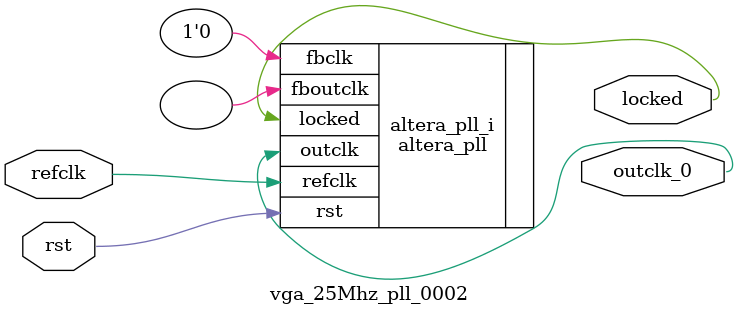
<source format=v>
`timescale 1ns/10ps
module  vga_25Mhz_pll_0002(

	// interface 'refclk'
	input wire refclk,

	// interface 'reset'
	input wire rst,

	// interface 'outclk0'
	output wire outclk_0,

	// interface 'locked'
	output wire locked
);

	altera_pll #(
		.fractional_vco_multiplier("false"),
		.reference_clock_frequency("25.0 MHz"),
		.operation_mode("direct"),
		.number_of_clocks(1),
		.output_clock_frequency0("25.000000 MHz"),
		.phase_shift0("0 ps"),
		.duty_cycle0(50),
		.output_clock_frequency1("0 MHz"),
		.phase_shift1("0 ps"),
		.duty_cycle1(50),
		.output_clock_frequency2("0 MHz"),
		.phase_shift2("0 ps"),
		.duty_cycle2(50),
		.output_clock_frequency3("0 MHz"),
		.phase_shift3("0 ps"),
		.duty_cycle3(50),
		.output_clock_frequency4("0 MHz"),
		.phase_shift4("0 ps"),
		.duty_cycle4(50),
		.output_clock_frequency5("0 MHz"),
		.phase_shift5("0 ps"),
		.duty_cycle5(50),
		.output_clock_frequency6("0 MHz"),
		.phase_shift6("0 ps"),
		.duty_cycle6(50),
		.output_clock_frequency7("0 MHz"),
		.phase_shift7("0 ps"),
		.duty_cycle7(50),
		.output_clock_frequency8("0 MHz"),
		.phase_shift8("0 ps"),
		.duty_cycle8(50),
		.output_clock_frequency9("0 MHz"),
		.phase_shift9("0 ps"),
		.duty_cycle9(50),
		.output_clock_frequency10("0 MHz"),
		.phase_shift10("0 ps"),
		.duty_cycle10(50),
		.output_clock_frequency11("0 MHz"),
		.phase_shift11("0 ps"),
		.duty_cycle11(50),
		.output_clock_frequency12("0 MHz"),
		.phase_shift12("0 ps"),
		.duty_cycle12(50),
		.output_clock_frequency13("0 MHz"),
		.phase_shift13("0 ps"),
		.duty_cycle13(50),
		.output_clock_frequency14("0 MHz"),
		.phase_shift14("0 ps"),
		.duty_cycle14(50),
		.output_clock_frequency15("0 MHz"),
		.phase_shift15("0 ps"),
		.duty_cycle15(50),
		.output_clock_frequency16("0 MHz"),
		.phase_shift16("0 ps"),
		.duty_cycle16(50),
		.output_clock_frequency17("0 MHz"),
		.phase_shift17("0 ps"),
		.duty_cycle17(50),
		.pll_type("General"),
		.pll_subtype("General")
	) altera_pll_i (
		.rst	(rst),
		.outclk	({outclk_0}),
		.locked	(locked),
		.fboutclk	( ),
		.fbclk	(1'b0),
		.refclk	(refclk)
	);
endmodule


</source>
